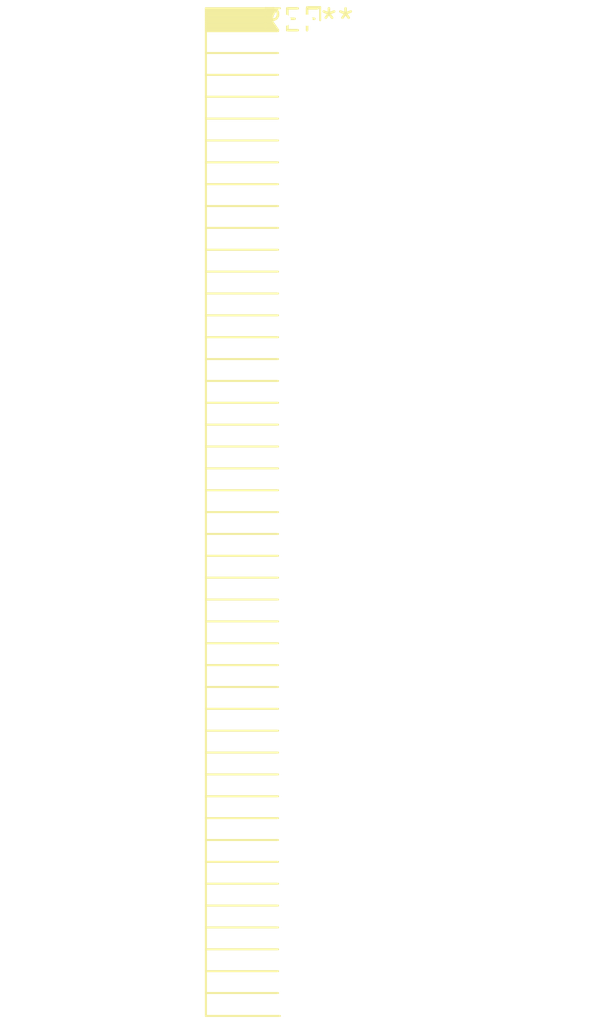
<source format=kicad_pcb>
(kicad_pcb (version 20240108) (generator pcbnew)
  (layers (0 "F.Cu" signal) (31 "B.Cu" signal) (34 "B.Paste" user) (35 "F.Paste" user) (36 "B.SilkS" user "B.Silkscreen") (37 "F.SilkS" user "F.Silkscreen") (38 "B.Mask" user) (39 "F.Mask" user) (44 "Edge.Cuts" user))
  (net 0 "")
  (footprint "PinSocket_2x46_P1.27mm_Horizontal" (layer "F.Cu") (at 0 0)
    (property "Reference" "REF**")
    (property "Value" "PinSocket_2x46_P1.27mm_Horizontal")
    (fp_line (start -5.88 -0.695) (end -5.88 57.845) (layer "F.SilkS") (stroke (width 0.12)))
    (fp_line (start -5.88 -0.695) (end -1.57753 -0.695) (layer "F.SilkS") (stroke (width 0.12)))
    (fp_line (start -5.88 -0.575) (end -1.766966 -0.575) (layer "F.SilkS") (stroke (width 0.12)))
    (fp_line (start -5.88 -0.465) (end -1.871145 -0.465) (layer "F.SilkS") (stroke (width 0.12)))
    (fp_line (start -5.88 -0.355) (end -1.941993 -0.355) (layer "F.SilkS") (stroke (width 0.12)))
    (fp_line (start -5.88 -0.245) (end -1.989427 -0.245) (layer "F.SilkS") (stroke (width 0.12)))
    (fp_line (start -5.88 -0.135) (end -2.017914 -0.135) (layer "F.SilkS") (stroke (width 0.12)))
    (fp_line (start -5.88 -0.025) (end -2.029589 -0.025) (layer "F.SilkS") (stroke (width 0.12)))
    (fp_line (start -5.88 0.085) (end -2.025232 0.085) (layer "F.SilkS") (stroke (width 0.12)))
    (fp_line (start -5.88 0.195) (end -2.004558 0.195) (layer "F.SilkS") (stroke (width 0.12)))
    (fp_line (start -5.88 0.305) (end -1.966114 0.305) (layer "F.SilkS") (stroke (width 0.12)))
    (fp_line (start -5.88 0.415) (end -1.906691 0.415) (layer "F.SilkS") (stroke (width 0.12)))
    (fp_line (start -5.88 0.525) (end -1.819523 0.525) (layer "F.SilkS") (stroke (width 0.12)))
    (fp_line (start -5.88 0.635) (end -1.687582 0.635) (layer "F.SilkS") (stroke (width 0.12)))
    (fp_line (start -5.88 1.905) (end -1.687582 1.905) (layer "F.SilkS") (stroke (width 0.12)))
    (fp_line (start -5.88 3.175) (end -1.687582 3.175) (layer "F.SilkS") (stroke (width 0.12)))
    (fp_line (start -5.88 4.445) (end -1.687582 4.445) (layer "F.SilkS") (stroke (width 0.12)))
    (fp_line (start -5.88 5.715) (end -1.687582 5.715) (layer "F.SilkS") (stroke (width 0.12)))
    (fp_line (start -5.88 6.985) (end -1.687582 6.985) (layer "F.SilkS") (stroke (width 0.12)))
    (fp_line (start -5.88 8.255) (end -1.687582 8.255) (layer "F.SilkS") (stroke (width 0.12)))
    (fp_line (start -5.88 9.525) (end -1.687582 9.525) (layer "F.SilkS") (stroke (width 0.12)))
    (fp_line (start -5.88 10.795) (end -1.687582 10.795) (layer "F.SilkS") (stroke (width 0.12)))
    (fp_line (start -5.88 12.065) (end -1.687582 12.065) (layer "F.SilkS") (stroke (width 0.12)))
    (fp_line (start -5.88 13.335) (end -1.687582 13.335) (layer "F.SilkS") (stroke (width 0.12)))
    (fp_line (start -5.88 14.605) (end -1.687582 14.605) (layer "F.SilkS") (stroke (width 0.12)))
    (fp_line (start -5.88 15.875) (end -1.687582 15.875) (layer "F.SilkS") (stroke (width 0.12)))
    (fp_line (start -5.88 17.145) (end -1.687582 17.145) (layer "F.SilkS") (stroke (width 0.12)))
    (fp_line (start -5.88 18.415) (end -1.687582 18.415) (layer "F.SilkS") (stroke (width 0.12)))
    (fp_line (start -5.88 19.685) (end -1.687582 19.685) (layer "F.SilkS") (stroke (width 0.12)))
    (fp_line (start -5.88 20.955) (end -1.687582 20.955) (layer "F.SilkS") (stroke (width 0.12)))
    (fp_line (start -5.88 22.225) (end -1.687582 22.225) (layer "F.SilkS") (stroke (width 0.12)))
    (fp_line (start -5.88 23.495) (end -1.687582 23.495) (layer "F.SilkS") (stroke (width 0.12)))
    (fp_line (start -5.88 24.765) (end -1.687582 24.765) (layer "F.SilkS") (stroke (width 0.12)))
    (fp_line (start -5.88 26.035) (end -1.687582 26.035) (layer "F.SilkS") (stroke (width 0.12)))
    (fp_line (start -5.88 27.305) (end -1.687582 27.305) (layer "F.SilkS") (stroke (width 0.12)))
    (fp_line (start -5.88 28.575) (end -1.687582 28.575) (layer "F.SilkS") (stroke (width 0.12)))
    (fp_line (start -5.88 29.845) (end -1.687582 29.845) (layer "F.SilkS") (stroke (width 0.12)))
    (fp_line (start -5.88 31.115) (end -1.687582 31.115) (layer "F.SilkS") (stroke (width 0.12)))
    (fp_line (start -5.88 32.385) (end -1.687582 32.385) (layer "F.SilkS") (stroke (width 0.12)))
    (fp_line (start -5.88 33.655) (end -1.687582 33.655) (layer "F.SilkS") (stroke (width 0.12)))
    (fp_line (start -5.88 34.925) (end -1.687582 34.925) (layer "F.SilkS") (stroke (width 0.12)))
    (fp_line (start -5.88 36.195) (end -1.687582 36.195) (layer "F.SilkS") (stroke (width 0.12)))
    (fp_line (start -5.88 37.465) (end -1.687582 37.465) (layer "F.SilkS") (stroke (width 0.12)))
    (fp_line (start -5.88 38.735) (end -1.687582 38.735) (layer "F.SilkS") (stroke (width 0.12)))
    (fp_line (start -5.88 40.005) (end -1.687582 40.005) (layer "F.SilkS") (stroke (width 0.12)))
    (fp_line (start -5.88 41.275) (end -1.687582 41.275) (layer "F.SilkS") (stroke (width 0.12)))
    (fp_line (start -5.88 42.545) (end -1.687582 42.545) (layer "F.SilkS") (stroke (width 0.12)))
    (fp_line (start -5.88 43.815) (end -1.687582 43.815) (layer "F.SilkS") (stroke (width 0.12)))
    (fp_line (start -5.88 45.085) (end -1.687582 45.085) (layer "F.SilkS") (stroke (width 0.12)))
    (fp_line (start -5.88 46.355) (end -1.687582 46.355) (layer "F.SilkS") (stroke (width 0.12)))
    (fp_line (start -5.88 47.625) (end -1.687582 47.625) (layer "F.SilkS") (stroke (width 0.12)))
    (fp_line (start -5.88 48.895) (end -1.687582 48.895) (layer "F.SilkS") (stroke (width 0.12)))
    (fp_line (start -5.88 50.165) (end -1.687582 50.165) (layer "F.SilkS") (stroke (width 0.12)))
    (fp_line (start -5.88 51.435) (end -1.687582 51.435) (layer "F.SilkS") (stroke (width 0.12)))
    (fp_line (start -5.88 52.705) (end -1.687582 52.705) (layer "F.SilkS") (stroke (width 0.12)))
    (fp_line (start -5.88 53.975) (end -1.687582 53.975) (layer "F.SilkS") (stroke (width 0.12)))
    (fp_line (start -5.88 55.245) (end -1.687582 55.245) (layer "F.SilkS") (stroke (width 0.12)))
    (fp_line (start -5.88 56.515) (end -1.687582 56.515) (layer "F.SilkS") (stroke (width 0.12)))
    (fp_line (start -5.88 57.845) (end -1.57753 57.845) (layer "F.SilkS") (stroke (width 0.12)))
    (fp_line (start 0 -0.76) (end 0.76 -0.76) (layer "F.SilkS") (stroke (width 0.12)))
    (fp_line (start 0.76 -0.76) (end 0.76 0) (layer "F.SilkS") (stroke (width 0.12)))
    (pad "1" thru_hole rect (at 0 0) (size 1 1) (drill 0.65) (layers *.Cu *.Mask) (remove_unused_layers))
    (pad "2" thru_hole oval (at -1.27 0) (size 1 1) (drill 0.65) (layers *.Cu *.Mask) (remove_unused_layers))
    (pad "3" thru_hole oval (at 0 1.27) (size 1 1) (drill 0.65) (layers *.Cu *.Mask) (remove_unused_layers))
    (pad "4" thru_hole oval (at -1.27 1.27) (size 1 1) (drill 0.65) (layers *.Cu *.Mask) (remove_unused_layers))
    (pad "5" thru_hole oval (at 0 2.54) (size 1 1) (drill 0.65) (layers *.Cu *.Mask) (remove_unused_layers))
    (pad "6" thru_hole oval (at -1.27 2.54) (size 1 1) (drill 0.65) (layers *.Cu *.Mask) (remove_unused_layers))
    (pad "7" thru_hole oval (at 0 3.81) (size 1 1) (drill 0.65) (layers *.Cu *.Mask) (remove_unused_layers))
    (pad "8" thru_hole oval (at -1.27 3.81) (size 1 1) (drill 0.65) (layers *.Cu *.Mask) (remove_unused_layers))
    (pad "9" thru_hole oval (at 0 5.08) (size 1 1) (drill 0.65) (layers *.Cu *.Mask) (remove_unused_layers))
    (pad "10" thru_hole oval (at -1.27 5.08) (size 1 1) (drill 0.65) (layers *.Cu *.Mask) (remove_unused_layers))
    (pad "11" thru_hole oval (at 0 6.35) (size 1 1) (drill 0.65) (layers *.Cu *.Mask) (remove_unused_layers))
    (pad "12" thru_hole oval (at -1.27 6.35) (size 1 1) (drill 0.65) (layers *.Cu *.Mask) (remove_unused_layers))
    (pad "13" thru_hole oval (at 0 7.62) (size 1 1) (drill 0.65) (layers *.Cu *.Mask) (remove_unused_layers))
    (pad "14" thru_hole oval (at -1.27 7.62) (size 1 1) (drill 0.65) (layers *.Cu *.Mask) (remove_unused_layers))
    (pad "15" thru_hole oval (at 0 8.89) (size 1 1) (drill 0.65) (layers *.Cu *.Mask) (remove_unused_layers))
    (pad "16" thru_hole oval (at -1.27 8.89) (size 1 1) (drill 0.65) (layers *.Cu *.Mask) (remove_unused_layers))
    (pad "17" thru_hole oval (at 0 10.16) (size 1 1) (drill 0.65) (layers *.Cu *.Mask) (remove_unused_layers))
    (pad "18" thru_hole oval (at -1.27 10.16) (size 1 1) (drill 0.65) (layers *.Cu *.Mask) (remove_unused_layers))
    (pad "19" thru_hole oval (at 0 11.43) (size 1 1) (drill 0.65) (layers *.Cu *.Mask) (remove_unused_layers))
    (pad "20" thru_hole oval (at -1.27 11.43) (size 1 1) (drill 0.65) (layers *.Cu *.Mask) (remove_unused_layers))
    (pad "21" thru_hole oval (at 0 12.7) (size 1 1) (drill 0.65) (layers *.Cu *.Mask) (remove_unused_layers))
    (pad "22" thru_hole oval (at -1.27 12.7) (size 1 1) (drill 0.65) (layers *.Cu *.Mask) (remove_unused_layers))
    (pad "23" thru_hole oval (at 0 13.97) (size 1 1) (drill 0.65) (layers *.Cu *.Mask) (remove_unused_layers))
    (pad "24" thru_hole oval (at -1.27 13.97) (size 1 1) (drill 0.65) (layers *.Cu *.Mask) (remove_unused_layers))
    (pad "25" thru_hole oval (at 0 15.24) (size 1 1) (drill 0.65) (layers *.Cu *.Mask) (remove_unused_layers))
    (pad "26" thru_hole oval (at -1.27 15.24) (size 1 1) (drill 0.65) (layers *.Cu *.Mask) (remove_unused_layers))
    (pad "27" thru_hole oval (at 0 16.51) (size 1 1) (drill 0.65) (layers *.Cu *.Mask) (remove_unused_layers))
    (pad "28" thru_hole oval (at -1.27 16.51) (size 1 1) (drill 0.65) (layers *.Cu *.Mask) (remove_unused_layers))
    (pad "29" thru_hole oval (at 0 17.78) (size 1 1) (drill 0.65) (layers *.Cu *.Mask) (remove_unused_layers))
    (pad "30" thru_hole oval (at -1.27 17.78) (size 1 1) (drill 0.65) (layers *.Cu *.Mask) (remove_unused_layers))
    (pad "31" thru_hole oval (at 0 19.05) (size 1 1) (drill 0.65) (layers *.Cu *.Mask) (remove_unused_layers))
    (pad "32" thru_hole oval (at -1.27 19.05) (size 1 1) (drill 0.65) (layers *.Cu *.Mask) (remove_unused_layers))
    (pad "33" thru_hole oval (at 0 20.32) (size 1 1) (drill 0.65) (layers *.Cu *.Mask) (remove_unused_layers))
    (pad "34" thru_hole oval (at -1.27 20.32) (size 1 1) (drill 0.65) (layers *.Cu *.Mask) (remove_unused_layers))
    (pad "35" thru_hole oval (at 0 21.59) (size 1 1) (drill 0.65) (layers *.Cu *.Mask) (remove_unused_layers))
    (pad "36" thru_hole oval (at -1.27 21.59) (size 1 1) (drill 0.65) (layers *.Cu *.Mask) (remove_unused_layers))
    (pad "37" thru_hole oval (at 0 22.86) (size 1 1) (drill 0.65) (layers *.Cu *.Mask) (remove_unused_layers))
    (pad "38" thru_hole oval (at -1.27 22.86) (size 1 1) (drill 0.65) (layers *.Cu *.Mask) (remove_unused_layers))
    (pad "39" thru_hole oval (at 0 24.13) (size 1 1) (drill 0.65) (layers *.Cu *.Mask) (remove_unused_layers))
    (pad "40" thru_hole oval (at -1.27 24.13) (size 1 1) (drill 0.65) (layers *.Cu *.Mask) (remove_unused_layers))
    (pad "41" thru_hole oval (at 0 25.4) (size 1 1) (drill 0.65) (layers *.Cu *.Mask) (remove_unused_layers))
    (pad "42" thru_hole oval (at -1.27 25.4) (size 1 1) (drill 0.65) (layers *.Cu *.Mask) (remove_unused_layers))
    (pad "43" thru_hole oval (at 0 26.67) (size 1 1) (drill 0.65) (layers *.Cu *.Mask) (remove_unused_layers))
    (pad "44" thru_hole oval (at -1.27 26.67) (size 1 1) (drill 0.65) (layers *.Cu *.Mask) (remove_unused_layers))
    (pad "45" thru_hole oval (at 0 27.94) (size 1 1) (drill 0.65) (layers *.Cu *.Mask) (remove_unused_layers))
    (pad "46" thru_hole oval (at -1.27 27.94) (size 1 1) (drill 0.65) (layers *.Cu *.Mask) (remove_unused_layers))
    (pad "47" thru_hole oval (at 0 29.21) (size 1 1) (drill 0.65) (layers *.Cu *.Mask) (remove_unused_layers))
    (pad "48" thru_hole oval (at -1.27 29.21) (size 1 1) (drill 0.65) (layers *.Cu *.Mask) (remove_unused_layers))
    (pad "49" thru_hole oval (at 0 30.48) (size 1 1) (drill 0.65) (layers *.Cu *.Mask) (remove_unused_layers))
    (pad "50" thru_hole oval (at -1.27 30.48) (size 1 1) (drill 0.65) (layers *.Cu *.Mask) (remove_unused_layers))
    (pad "51" thru_hole oval (at 0 31.75) (size 1 1) (drill 0.65) (layers *.Cu *.Mask) (remove_unused_layers))
    (pad "52" thru_hole oval (at -1.27 31.75) (size 1 1) (drill 0.65) (layers *.Cu *.Mask) (remove_unused_layers))
    (pad "53" thru_hole oval (at 0 33.02) (size 1 1) (drill 0.65) (layers *.Cu *.Mask) (remove_unused_layers))
    (pad "54" thru_hole oval (at -1.27 33.02) (size 1 1) (drill 0.65) (layers *.Cu *.Mask) (remove_unused_layers))
    (pad "55" thru_hole oval (at 0 34.29) (size 1 1) (drill 0.65) (layers *.Cu *.Mask) (remove_unused_layers))
    (pad "56" thru_hole oval (at -1.27 34.29) (size 1 1) (drill 0.65) (layers *.Cu *.Mask) (remove_unused_layers))
    (pad "57" thru_hole oval (at 0 35.56) (size 1 1) (drill 0.65) (layers *.Cu *.Mask) (remove_unused_layers))
    (pad "58" thru_hole oval (at -1.27 35.56) (size 1 1) (drill 0.65) (layers *.Cu *.Mask) (remove_unused_layers))
    (pad "59" thru_hole oval (at 0 36.83) (size 1 1) (drill 0.65) (layers *.Cu *.Mask) (remove_unused_layers))
    (pad "60" thru_hole oval (at -1.27 36.83) (size 1 1) (drill 0.65) (layers *.Cu *.Mask) (remove_unused_layers))
    (pad "61" thru_hole oval (at 0 38.1) (size 1 1) (drill 0.65) (layers *.Cu *.Mask) (remove_unused_layers))
    (pad "62" thru_hole oval (at -1.27 38.1) (size 1 1) (drill 0.65) (layers *.Cu *.Mask) (remove_unused_layers))
    (pad "63" thru_hole oval (at 0 39.37) (size 1 1) (drill 0.65) (layers *.Cu *.Mask) (remove_unused_layers))
    (pad "64" thru_hole oval (at -1.27 39.37) (size 1 1) (drill 0.65) (layers *.Cu *.Mask) (remove_unused_layers))
    (pad "65" thru_hole oval (at 0 40.64) (size 1 1) (drill 0.65) (layers *.Cu *.Mask) (remove_unused_layers))
    (pad "66" thru_hole oval (at -1.27 40.64) (size 1 1) (drill 0.65) (layers *.Cu *.Mask) (remove_unused_layers))
    (pad "67" thru_hole oval (at 0 41.91) (size 1 1) (drill 0.65) (layers *.Cu *.Mask) (remove_unused_layers))
    (pad "68" thru_hole oval (at -1.27 41.91) (size 1 1) (drill 0.65) (layers *.Cu *.Mask) (remove_unused_layers))
    (pad "69" thru_hole oval (at 0 43.18) (size 1 1) (drill 0.65) (layers *.Cu *.Mask) (remove_unused_layers))
    (pad "70" thru_hole oval (at -1.27 43.18) (size 1 1) (drill 0.65) (layers *.Cu *.Mask) (remove_unused_layers))
    (pad "71" thru_hole oval (at 0 44.45) (size 1 1) (drill 0.65) (layers *.Cu *.Mask) (remove_unused_layers))
    (pad "72" thru_hole oval (at -1.27 44.45) (size 1 1) (drill 0.65) (layers *.Cu *.Mask) (remove_unused_layers))
    (pad "73" thru_hole oval (at 0 45.72) (size 1 1) (drill 0.65) (layers *.Cu *.Mask) (remove_unused_layers))
    (pad "74" thru_hole oval (at -1.27 45.72) (size 1 1) (drill 0.65) (layers *.Cu *.Mask) (remove_unused_layers))
    (pad "75" thru_hole oval (at 0 46.99) (size 1 1) (drill 0.65) (layers *.Cu *.Mask) (remove_unused_layers))
    (pad "76" thru_hole oval (at -1.27 46.99) (size 1 1) (drill 0.65) (layers *.Cu *.Mask) (remove_unused_layers))
    (pad "77" thru_hole oval (at 0 48.26) (size 1 1) (drill 0.65) (layers *.Cu *.Mask) (remove_unused_layers))
    (pad "78" thru_hole oval (at -1.27 48.26) (size 1 1) (drill 0.65) (layers *.Cu *.Mask) (remove_unused_layers))
    (pad "79" thru_hole oval (at 0 49.53) (size 1 1) (drill 0.65) (layers *.Cu *.Mask) (remove_unused_layers))
    (pad "80" thru_hole oval (at -1.27 49.53) (size 1 1) (drill 0.65) (layers *.Cu *.Mask) (remove_unused_layers))
    (pad "81" thru_hole oval (at 0 50.8) (size 1 1) (drill 0.65) (layers *.Cu *.Mask) (remove_unused_layers))
    (pad "82" thru_hole oval (at -1.27 50.8) (size 1 1) (drill 0.65) (layers *.Cu *.Mask) (remove_unused_layers))
    (pad "83" thru_hole oval (at 0 52.07) (size 1 1) (drill 0.65) (layers *.Cu *.Mask) (remove_unused_layers))
    (pad "84" thru_hole oval (at -1.27 52.07) (size 1 1) (drill 0.65) (layers *.Cu *.Mask) (remove_unused_layers))
    (pad "85" thru_hole oval (at 0 53.34) (size 1 1) (drill 0.65) (layers *.Cu *.Mask) (remove_unused_layers))
    (pad "86" thru_hole oval (at -1.27 53.34) (size 1 1) (drill 0.65) (layers *.Cu *.Mask) (remove_unused_layers))
    (pad "87" thru_hole oval (at 0 54.61) (size 1 1) (drill 0.65) (layers *.Cu *.Mask) (remove_unused_layers))
    (pad "88" thru_hole oval (at -1.27 54.61) (size 1 1) (drill 0.65) (layers *.Cu *.Mask) (remove_unused_layers))
    (pad "89" thru_hole oval (at 0 55.88) (size 1 1) (drill 0.65) (layers *.Cu *.Mask) (remove_unused_layers))
    (pad "90" thru_hole oval (at -1.27 55.88) (size 1 1) (drill 0.65) (layers *.Cu *.Mask) (remove_unused_layers))
    (pad "91" thru_hole oval (at 0 57.15) (size 1 1) (drill 0.65) (layers *.Cu *.Mask) (remove_unused_layers))
    (pad "92" thru_hole oval (at -1.27 57.15) (size 1 1) (drill 0.65) (layers *.Cu *.Mask) (remove_unused_layers))
  )
)
</source>
